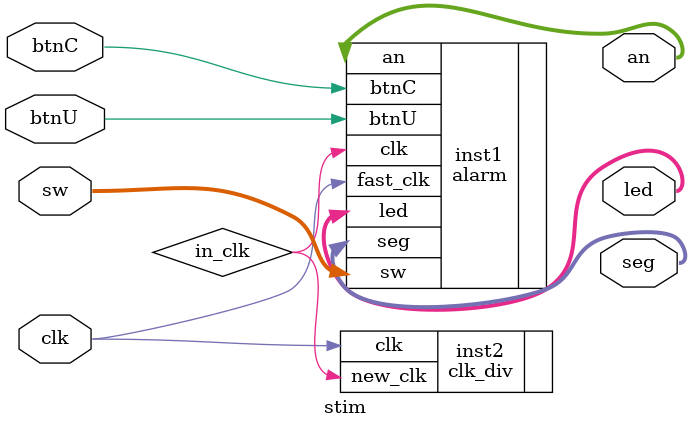
<source format=v>
`timescale 1ns / 1ps


module stim(
    input clk,
    input btnC,
    input btnU,
    input [15:0] sw,
    output [3:0] an,
    output [6:0] seg,
    output [15:0] led
    );

    wire in_clk;

    clk_div inst2 (
        .clk(clk),
        .new_clk(in_clk)
    );

    alarm inst1 (
        .clk(in_clk),
        .fast_clk(clk),
        .btnC(btnC),
        .btnU(btnU),
        .sw(sw),
        .an(an),
        .seg(seg),
        .led(led)
    );
    
endmodule

</source>
